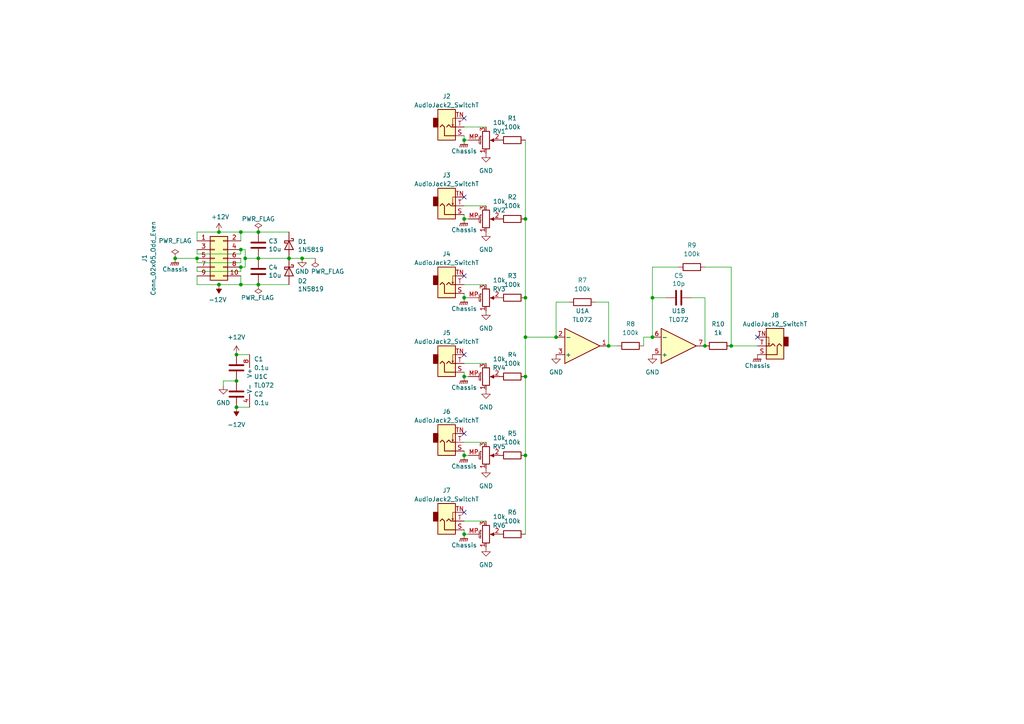
<source format=kicad_sch>
(kicad_sch (version 20211123) (generator eeschema)
  (paper "A4")
  (title_block (title "Mixer") (date "2021-06-19") (rev "1.0"))
  (lib_symbols
    (symbol "Amplifier_Operational:TL072" (pin_names (offset 0.127))
      (property "Reference" "U" (at 0 5.08 0))
      (property "Value" "TL072" (at 0 -5.08 0))
      (symbol "TL072_1_1"
        (polyline (pts (xy -5.08 5.08) (xy 5.08 0) (xy -5.08 -5.08) (xy -5.08 5.08)) (stroke (width 0.254)) (fill (type background)))
        (pin output line (at 7.62 0 180) (length 2.54) (name "~") (number "1"))
        (pin input line (at -7.62 -2.54 0) (length 2.54) (name "-") (number "2"))
        (pin input line (at -7.62 2.54 0) (length 2.54) (name "+") (number "3"))
      )
      (symbol "TL072_2_1"
        (polyline (pts (xy -5.08 5.08) (xy 5.08 0) (xy -5.08 -5.08) (xy -5.08 5.08)) (stroke (width 0.254)) (fill (type background)))
        (pin input line (at -7.62 2.54 0) (length 2.54) (name "+") (number "5"))
        (pin input line (at -7.62 -2.54 0) (length 2.54) (name "-") (number "6"))
        (pin output line (at 7.62 0 180) (length 2.54) (name "~") (number "7"))
      )
      (symbol "TL072_3_1"
        (pin power_in line (at -2.54 -7.62 90) (length 3.81) (name "V-") (number "4"))
        (pin power_in line (at -2.54 7.62 270) (length 3.81) (name "V+") (number "8"))
      )
    )
    (symbol "Connector:AudioJack2_SwitchT"
      (property "Reference" "J" (at 0 8.89 0))
      (property "Value" "AudioJack2_SwitchT" (at 0 6.35 0))
      (symbol "AudioJack2_SwitchT_0_1"
        (rectangle (start -2.54 0) (end -3.81 -2.54) (stroke (width 0.254)) (fill (type outline)))
        (polyline (pts (xy 1.778 -0.254) (xy 2.032 -0.762)))
        (polyline (pts (xy 0 0) (xy 0.635 -0.635) (xy 1.27 0) (xy 2.54 0)) (stroke (width 0.254)))
        (polyline (pts (xy 2.54 -2.54) (xy 1.778 -2.54) (xy 1.778 -0.254) (xy 1.524 -0.762)))
        (polyline (pts (xy 2.54 2.54) (xy -0.635 2.54) (xy -0.635 0) (xy -1.27 -0.635) (xy -1.905 0)) (stroke (width 0.254)))
        (rectangle (start 2.54 3.81) (end -2.54 -5.08) (stroke (width 0.254)) (fill (type background)))
      )
      (symbol "AudioJack2_SwitchT_1_1"
        (pin passive line (at 5.08 2.54 180) (length 2.54) (name "~") (number "S"))
        (pin passive line (at 5.08 0 180) (length 2.54) (name "~") (number "T"))
        (pin passive line (at 5.08 -2.54 180) (length 2.54) (name "~") (number "TN"))
      )
    )
    (symbol "Connector_Generic:Conn_02x05_Odd_Even" (pin_names (offset 1.016) hide)
      (property "Reference" "J" (at 1.27 7.62 0))
      (property "Value" "Conn_02x05_Odd_Even" (at 1.27 -7.62 0))
      (symbol "Conn_02x05_Odd_Even_1_1"
        (rectangle (start -1.27 -4.953) (end 0 -5.207) (stroke (width 0.1524)))
        (rectangle (start -1.27 -2.413) (end 0 -2.667) (stroke (width 0.1524)))
        (rectangle (start -1.27 0.127) (end 0 -0.127) (stroke (width 0.1524)))
        (rectangle (start -1.27 2.667) (end 0 2.413) (stroke (width 0.1524)))
        (rectangle (start -1.27 5.207) (end 0 4.953) (stroke (width 0.1524)))
        (rectangle (start -1.27 6.35) (end 3.81 -6.35) (stroke (width 0.254)) (fill (type background)))
        (rectangle (start 3.81 -4.953) (end 2.54 -5.207) (stroke (width 0.1524)))
        (rectangle (start 3.81 -2.413) (end 2.54 -2.667) (stroke (width 0.1524)))
        (rectangle (start 3.81 0.127) (end 2.54 -0.127) (stroke (width 0.1524)))
        (rectangle (start 3.81 2.667) (end 2.54 2.413) (stroke (width 0.1524)))
        (rectangle (start 3.81 5.207) (end 2.54 4.953) (stroke (width 0.1524)))
        (pin passive line (at -5.08 5.08 0) (length 3.81) (name "Pin_1") (number "1"))
        (pin passive line (at 7.62 -5.08 180) (length 3.81) (name "Pin_10") (number "10"))
        (pin passive line (at 7.62 5.08 180) (length 3.81) (name "Pin_2") (number "2"))
        (pin passive line (at -5.08 2.54 0) (length 3.81) (name "Pin_3") (number "3"))
        (pin passive line (at 7.62 2.54 180) (length 3.81) (name "Pin_4") (number "4"))
        (pin passive line (at -5.08 0 0) (length 3.81) (name "Pin_5") (number "5"))
        (pin passive line (at 7.62 0 180) (length 3.81) (name "Pin_6") (number "6"))
        (pin passive line (at -5.08 -2.54 0) (length 3.81) (name "Pin_7") (number "7"))
        (pin passive line (at 7.62 -2.54 180) (length 3.81) (name "Pin_8") (number "8"))
        (pin passive line (at -5.08 -5.08 0) (length 3.81) (name "Pin_9") (number "9"))
      )
    )
    (symbol "Custom:Chassis" (power) (in_bom no) (on_board no)
      (property "Value" "Chassis" (at 0 -3.175 0))
      (symbol "Chassis_0_1"
        (polyline (pts (xy 0 -1.27) (xy 0 0)))
        (polyline (pts (xy -1.016 -1.27) (xy -1.27 -2.032) (xy -1.27 -2.032)) (stroke (width 0.2032)))
        (polyline (pts (xy -0.508 -1.27) (xy -0.762 -2.032) (xy -0.762 -2.032)) (stroke (width 0.2032)))
        (polyline (pts (xy 0 -1.27) (xy -0.254 -2.032) (xy -0.254 -2.032)) (stroke (width 0.2032)))
        (polyline (pts (xy 0.508 -1.27) (xy 0.254 -2.032) (xy 0.254 -2.032)) (stroke (width 0.2032)))
        (polyline (pts (xy 1.016 -1.27) (xy -1.016 -1.27) (xy -1.016 -1.27)) (stroke (width 0.2032)))
        (polyline (pts (xy 1.016 -1.27) (xy 0.762 -2.032) (xy 0.762 -2.032) (xy 0.762 -2.032)) (stroke (width 0.2032)))
      )
      (symbol "Chassis_1_1"
        (pin power_in line (at 0 0 0) (length 0) hide (name "Chassis") (number "1"))
      )
    )
    (symbol "Device:C" (pin_numbers hide) (pin_names (offset 0.254))
      (property "Reference" "C" (at 0.635 2.54 0))
      (property "Value" "C" (at 0.635 -2.54 0))
      (symbol "C_0_1"
        (polyline (pts (xy -2.032 -0.762) (xy 2.032 -0.762)) (stroke (width 0.508)))
        (polyline (pts (xy -2.032 0.762) (xy 2.032 0.762)) (stroke (width 0.508)))
      )
      (symbol "C_1_1"
        (pin passive line (at 0 3.81 270) (length 2.794) (name "~") (number "1"))
        (pin passive line (at 0 -3.81 90) (length 2.794) (name "~") (number "2"))
      )
    )
    (symbol "Device:R" (pin_numbers hide) (pin_names (offset 0))
      (property "Reference" "R" (at 2.032 0 90))
      (property "Value" "R" (at 0 0 90))
      (symbol "R_0_1"
        (rectangle (start -1.016 -2.54) (end 1.016 2.54) (stroke (width 0.254)))
      )
      (symbol "R_1_1"
        (pin passive line (at 0 3.81 270) (length 1.27) (name "~") (number "1"))
        (pin passive line (at 0 -3.81 90) (length 1.27) (name "~") (number "2"))
      )
    )
    (symbol "Device:R_Potentiometer_MountingPin" (pin_names (offset 1.016) hide)
      (property "Reference" "RV" (at -8.255 0 90))
      (property "Value" "R_Potentiometer_MountingPin" (at -6.35 0 90))
      (symbol "R_Potentiometer_MountingPin_0_1"
        (polyline (pts (xy 2.54 0) (xy 1.524 0)))
        (polyline (pts (xy 1.143 0) (xy 2.286 0.508) (xy 2.286 -0.508)) (fill (type outline)))
        (rectangle (start 1.016 2.54) (end -1.016 -2.54) (stroke (width 0.254)))
      )
      (symbol "R_Potentiometer_MountingPin_1_1"
        (polyline (pts (xy -2.032 1.016) (xy -2.032 -1.016)) (stroke (width 0.1524)))
        (text "Mounting" (at -1.651 0 900) (effects (font (size 0.381 0.381))))
        (pin passive line (at 0 3.81 270) (length 1.27) (name "1") (number "1"))
        (pin passive line (at 3.81 0 180) (length 1.27) (name "2") (number "2"))
        (pin passive line (at 0 -3.81 90) (length 1.27) (name "3") (number "3"))
        (pin passive line (at -5.08 0 0) (length 3.048) (name "MountPin") (number "MP"))
      )
    )
    (symbol "Diode:1N5819" (pin_numbers hide) (pin_names (offset 1.016) hide)
      (property "Reference" "D" (at 0 2.54 0))
      (property "Value" "1N5819" (at 0 -2.54 0))
      (symbol "1N5819_0_1"
        (polyline (pts (xy 1.27 0) (xy -1.27 0)))
        (polyline (pts (xy 1.27 1.27) (xy 1.27 -1.27) (xy -1.27 0) (xy 1.27 1.27)) (stroke (width 0.254)))
        (polyline (pts (xy -1.905 0.635) (xy -1.905 1.27) (xy -1.27 1.27) (xy -1.27 -1.27) (xy -0.635 -1.27) (xy -0.635 -0.635)) (stroke (width 0.254)))
      )
      (symbol "1N5819_1_1"
        (pin passive line (at -3.81 0 0) (length 2.54) (name "K") (number "1"))
        (pin passive line (at 3.81 0 180) (length 2.54) (name "A") (number "2"))
      )
    )
    (symbol "power:+12V" (power) (pin_names (offset 0))
      (property "Value" "+12V" (at 0 3.556 0))
      (symbol "+12V_0_1"
        (polyline (pts (xy -0.762 1.27) (xy 0 2.54)))
        (polyline (pts (xy 0 0) (xy 0 2.54)))
        (polyline (pts (xy 0 2.54) (xy 0.762 1.27)))
      )
      (symbol "+12V_1_1"
        (pin power_in line (at 0 0 90) (length 0) hide (name "+12V") (number "1"))
      )
    )
    (symbol "power:-12V" (power) (pin_names (offset 0))
      (property "Value" "-12V" (at 0 3.81 0))
      (symbol "-12V_0_0"
        (pin power_in line (at 0 0 90) (length 0) hide (name "-12V") (number "1"))
      )
      (symbol "-12V_0_1"
        (polyline (pts (xy 0 0) (xy 0 1.27) (xy 0.762 1.27) (xy 0 2.54) (xy -0.762 1.27) (xy 0 1.27)) (fill (type outline)))
      )
    )
    (symbol "power:GND" (power) (pin_names (offset 0))
      (property "Value" "GND" (at 0 -3.81 0))
      (symbol "GND_0_1"
        (polyline (pts (xy 0 0) (xy 0 -1.27) (xy 1.27 -1.27) (xy 0 -2.54) (xy -1.27 -1.27) (xy 0 -1.27)))
      )
      (symbol "GND_1_1"
        (pin power_in line (at 0 0 270) (length 0) hide (name "GND") (number "1"))
      )
    )
    (symbol "power:PWR_FLAG" (power) (pin_numbers hide) (pin_names (offset 0) hide)
      (property "Value" "PWR_FLAG" (at 0 3.81 0))
      (symbol "PWR_FLAG_0_0"
        (pin power_out line (at 0 0 90) (length 0) (name "pwr") (number "1"))
      )
      (symbol "PWR_FLAG_0_1"
        (polyline (pts (xy 0 0) (xy 0 1.27) (xy -1.016 1.905) (xy 0 2.54) (xy 1.016 1.905) (xy 0 1.27)))
      )
    )
  )
  (junction (at 69.85 82.55))
  (junction (at 57.15 74.93))
  (junction (at 134.62 109.22))
  (junction (at 69.85 72.39))
  (junction (at 83.82 74.93))
  (junction (at 68.58 110.49))
  (junction (at 134.62 86.36))
  (junction (at 134.62 40.64))
  (junction (at 189.23 86.36))
  (junction (at 152.4 86.36))
  (junction (at 152.4 132.08))
  (junction (at 63.5 67.31))
  (junction (at 204.47 100.33))
  (junction (at 189.23 97.79))
  (junction (at 74.93 74.93))
  (junction (at 69.85 67.31))
  (junction (at 134.62 63.5))
  (junction (at 152.4 109.22))
  (junction (at 71.12 74.93))
  (junction (at 63.5 82.55))
  (junction (at 74.93 67.31))
  (junction (at 69.85 77.47))
  (junction (at 152.4 97.79))
  (junction (at 152.4 63.5))
  (junction (at 74.93 82.55))
  (junction (at 176.53 100.33))
  (junction (at 68.58 118.11))
  (junction (at 50.8 74.93))
  (junction (at 134.62 132.08))
  (junction (at 87.63 74.93))
  (junction (at 161.29 97.79))
  (junction (at 212.09 100.33))
  (junction (at 68.58 102.87))
  (junction (at 134.62 154.94))
  (no_connect (at 134.62 102.87))
  (no_connect (at 134.62 148.59))
  (no_connect (at 219.71 97.79))
  (no_connect (at 134.62 34.29))
  (no_connect (at 134.62 57.15))
  (no_connect (at 134.62 125.73))
  (no_connect (at 134.62 80.01))
  (wire (pts (xy 172.72 87.63) (xy 176.53 87.63)))
  (wire (pts (xy 212.09 100.33) (xy 219.71 100.33)))
  (wire (pts (xy 152.4 86.36) (xy 152.4 97.79)))
  (wire (pts (xy 134.62 63.5) (xy 134.62 62.23)))
  (wire (pts (xy 57.15 82.55) (xy 63.5 82.55)))
  (wire (pts (xy 57.15 80.01) (xy 57.15 82.55)))
  (wire (pts (xy 63.5 67.31) (xy 69.85 67.31)))
  (wire (pts (xy 135.89 132.08) (xy 134.62 132.08)))
  (wire (pts (xy 57.15 72.39) (xy 57.15 73.66)))
  (wire (pts (xy 135.89 40.64) (xy 134.62 40.64)))
  (wire (pts (xy 74.93 82.55) (xy 83.82 82.55)))
  (wire (pts (xy 68.58 118.11) (xy 72.39 118.11)))
  (wire (pts (xy 161.29 87.63) (xy 161.29 97.79)))
  (wire (pts (xy 134.62 36.83) (xy 140.97 36.83)))
  (wire (pts (xy 71.12 77.47) (xy 71.12 74.93)))
  (wire (pts (xy 134.62 59.69) (xy 140.97 59.69)))
  (wire (pts (xy 69.85 73.66) (xy 69.85 72.39)))
  (wire (pts (xy 134.62 82.55) (xy 140.97 82.55)))
  (wire (pts (xy 135.89 86.36) (xy 134.62 86.36)))
  (wire (pts (xy 134.62 105.41) (xy 140.97 105.41)))
  (wire (pts (xy 200.66 86.36) (xy 204.47 86.36)))
  (wire (pts (xy 74.93 74.93) (xy 83.82 74.93)))
  (wire (pts (xy 69.85 69.85) (xy 69.85 67.31)))
  (wire (pts (xy 69.85 80.01) (xy 69.85 82.55)))
  (wire (pts (xy 134.62 154.94) (xy 134.62 153.67)))
  (wire (pts (xy 186.69 100.33) (xy 186.69 97.79)))
  (wire (pts (xy 63.5 82.55) (xy 69.85 82.55)))
  (wire (pts (xy 87.63 74.93) (xy 91.44 74.93)))
  (wire (pts (xy 193.04 86.36) (xy 189.23 86.36)))
  (wire (pts (xy 135.89 109.22) (xy 134.62 109.22)))
  (wire (pts (xy 134.62 132.08) (xy 134.62 130.81)))
  (wire (pts (xy 176.53 100.33) (xy 179.07 100.33)))
  (wire (pts (xy 57.15 67.31) (xy 63.5 67.31)))
  (wire (pts (xy 189.23 86.36) (xy 189.23 97.79)))
  (wire (pts (xy 135.89 63.5) (xy 134.62 63.5)))
  (wire (pts (xy 212.09 100.33) (xy 212.09 77.47)))
  (wire (pts (xy 57.15 78.74) (xy 69.85 78.74)))
  (wire (pts (xy 57.15 73.66) (xy 69.85 73.66)))
  (wire (pts (xy 152.4 132.08) (xy 152.4 154.94)))
  (wire (pts (xy 69.85 67.31) (xy 74.93 67.31)))
  (wire (pts (xy 69.85 78.74) (xy 69.85 77.47)))
  (wire (pts (xy 134.62 86.36) (xy 134.62 85.09)))
  (wire (pts (xy 57.15 77.47) (xy 57.15 78.74)))
  (wire (pts (xy 212.09 77.47) (xy 204.47 77.47)))
  (wire (pts (xy 68.58 102.87) (xy 72.39 102.87)))
  (wire (pts (xy 196.85 77.47) (xy 189.23 77.47)))
  (wire (pts (xy 69.85 77.47) (xy 71.12 77.47)))
  (wire (pts (xy 152.4 97.79) (xy 152.4 109.22)))
  (wire (pts (xy 71.12 74.93) (xy 74.93 74.93)))
  (wire (pts (xy 69.85 76.2) (xy 69.85 74.93)))
  (wire (pts (xy 69.85 82.55) (xy 74.93 82.55)))
  (wire (pts (xy 134.62 151.13) (xy 140.97 151.13)))
  (wire (pts (xy 57.15 76.2) (xy 69.85 76.2)))
  (wire (pts (xy 152.4 40.64) (xy 152.4 63.5)))
  (wire (pts (xy 50.8 74.93) (xy 57.15 74.93)))
  (wire (pts (xy 57.15 69.85) (xy 57.15 67.31)))
  (wire (pts (xy 165.1 87.63) (xy 161.29 87.63)))
  (wire (pts (xy 152.4 97.79) (xy 161.29 97.79)))
  (wire (pts (xy 152.4 63.5) (xy 152.4 86.36)))
  (wire (pts (xy 204.47 86.36) (xy 204.47 100.33)))
  (wire (pts (xy 134.62 128.27) (xy 140.97 128.27)))
  (wire (pts (xy 189.23 77.47) (xy 189.23 86.36)))
  (wire (pts (xy 135.89 154.94) (xy 134.62 154.94)))
  (wire (pts (xy 83.82 74.93) (xy 87.63 74.93)))
  (wire (pts (xy 176.53 87.63) (xy 176.53 100.33)))
  (wire (pts (xy 83.82 67.31) (xy 74.93 67.31)))
  (wire (pts (xy 69.85 72.39) (xy 71.12 72.39)))
  (wire (pts (xy 64.77 111.76) (xy 64.77 110.49)))
  (wire (pts (xy 71.12 72.39) (xy 71.12 74.93)))
  (wire (pts (xy 134.62 109.22) (xy 134.62 107.95)))
  (wire (pts (xy 64.77 110.49) (xy 68.58 110.49)))
  (wire (pts (xy 152.4 109.22) (xy 152.4 132.08)))
  (wire (pts (xy 186.69 97.79) (xy 189.23 97.79)))
  (wire (pts (xy 134.62 40.64) (xy 134.62 39.37)))
  (wire (pts (xy 57.15 74.93) (xy 57.15 76.2)))
  (symbol (lib_id "power:-12V") (at 63.5 82.55 180) (unit 1)
    (property "Reference" "#PWR02" (effects hide))
    (property "Value" "-12V" (at 63.119 86.9442 0))
  )
  (symbol (lib_id "Connector:AudioJack2_SwitchT") (at 129.54 82.55 0) (mirror x) (unit 1)
    (property "Reference" "J4" (at 129.54 73.66 0))
    (property "Value" "AudioJack2_SwitchT" (at 129.54 76.2 0))
    (property "Footprint" "Connector_Audio:Jack_3.5mm_QingPu_WQP-PJ398SM_Vertical_CircularHoles" (effects hide))
  )
  (symbol (lib_id "Connector:AudioJack2_SwitchT") (at 129.54 36.83 0) (mirror x) (unit 1)
    (property "Reference" "J2" (at 129.54 27.94 0))
    (property "Value" "AudioJack2_SwitchT" (at 129.54 30.48 0))
    (property "Footprint" "Connector_Audio:Jack_3.5mm_QingPu_WQP-PJ398SM_Vertical_CircularHoles" (effects hide))
  )
  (symbol (lib_id "Device:R_Potentiometer_MountingPin") (at 140.97 63.5 0) (mirror x) (unit 1)
    (property "Reference" "RV2" (at 144.78 60.9569 0))
    (property "Value" "10k" (at 144.78 58.42 0))
  )
  (symbol (lib_id "Device:C") (at 68.58 114.3 180) (unit 1)
    (property "Reference" "C2" (at 73.66 114.3 0) (effects (justify right)))
    (property "Value" "0.1u" (at 73.66 116.84 0) (effects (justify right)))
  )
  (symbol (lib_id "power:GND") (at 140.97 67.31 0) (unit 1)
    (property "Reference" "#PWR08" (effects hide))
    (property "Value" "GND" (at 140.97 72.39 0))
  )
  (symbol (lib_id "Device:R") (at 148.59 109.22 90) (unit 1)
    (property "Reference" "R4" (at 148.59 102.87 90))
    (property "Value" "100k" (at 148.59 105.41 90))
  )
  (symbol (lib_id "Amplifier_Operational:TL072") (at 74.93 110.49 0) (unit 3)
    (property "Reference" "U1" (at 73.66 109.2199 0) (effects (justify left)))
    (property "Value" "TL072" (at 73.66 111.7599 0) (effects (justify left)))
    (property "Datasheet" "http://www.ti.com/lit/ds/symlink/tl071.pdf" (effects hide))
  )
  (symbol (lib_id "Device:R_Potentiometer_MountingPin") (at 140.97 154.94 0) (mirror x) (unit 1)
    (property "Reference" "RV6" (at 144.78 152.3969 0))
    (property "Value" "10k" (at 144.78 149.86 0))
  )
  (symbol (lib_id "Amplifier_Operational:TL072") (at 196.85 100.33 0) (mirror x) (unit 2)
    (property "Reference" "U1" (at 196.85 90.17 0))
    (property "Value" "TL072" (at 196.85 92.71 0))
    (property "Datasheet" "http://www.ti.com/lit/ds/symlink/tl071.pdf" (effects hide))
  )
  (symbol (lib_id "Custom:Chassis") (at 134.62 86.36 0) (unit 1) (in_bom no) (on_board no)
    (property "Reference" "#U04" (effects hide))
    (property "Value" "Chassis" (at 134.62 89.535 0))
  )
  (symbol (lib_id "Connector_Generic:Conn_02x05_Odd_Even") (at 62.23 74.93 0) (unit 1)
    (property "Reference" "J1" (at 41.91 74.93 90))
    (property "Value" "Conn_02x05_Odd_Even" (at 44.45 74.93 90))
    (property "Footprint" "Connector_PinHeader_2.54mm:PinHeader_2x05_P2.54mm_Vertical" (effects hide))
  )
  (symbol (lib_id "Device:R_Potentiometer_MountingPin") (at 140.97 132.08 0) (mirror x) (unit 1)
    (property "Reference" "RV5" (at 144.78 129.5369 0))
    (property "Value" "10k" (at 144.78 127 0))
  )
  (symbol (lib_id "Device:R") (at 148.59 132.08 90) (unit 1)
    (property "Reference" "R5" (at 148.59 125.73 90))
    (property "Value" "100k" (at 148.59 128.27 90))
  )
  (symbol (lib_id "Device:R_Potentiometer_MountingPin") (at 140.97 40.64 0) (mirror x) (unit 1)
    (property "Reference" "RV1" (at 144.78 38.0969 0))
    (property "Value" "10k" (at 144.78 35.56 0))
  )
  (symbol (lib_id "power:+12V") (at 68.58 102.87 0) (unit 1)
    (property "Reference" "#PWR04" (effects hide))
    (property "Value" "+12V" (at 68.58 97.79 0))
  )
  (symbol (lib_id "power:GND") (at 87.63 74.93 0) (unit 1)
    (property "Reference" "#PWR06" (effects hide))
    (property "Value" "GND" (at 87.63 78.74 0))
  )
  (symbol (lib_id "Connector:AudioJack2_SwitchT") (at 129.54 105.41 0) (mirror x) (unit 1)
    (property "Reference" "J5" (at 129.54 96.52 0))
    (property "Value" "AudioJack2_SwitchT" (at 129.54 99.06 0))
    (property "Footprint" "Connector_Audio:Jack_3.5mm_QingPu_WQP-PJ398SM_Vertical_CircularHoles" (effects hide))
  )
  (symbol (lib_id "Device:R") (at 148.59 86.36 90) (unit 1)
    (property "Reference" "R3" (at 148.59 80.01 90))
    (property "Value" "100k" (at 148.59 82.55 90))
  )
  (symbol (lib_id "power:GND") (at 140.97 113.03 0) (unit 1)
    (property "Reference" "#PWR010" (effects hide))
    (property "Value" "GND" (at 140.97 118.11 0))
  )
  (symbol (lib_id "Custom:Chassis") (at 50.8 74.93 0) (unit 1) (in_bom no) (on_board no)
    (property "Reference" "#U01" (effects hide))
    (property "Value" "Chassis" (at 50.8 78.105 0))
  )
  (symbol (lib_id "Amplifier_Operational:TL072") (at 168.91 100.33 0) (mirror x) (unit 1)
    (property "Reference" "U1" (at 168.91 90.17 0))
    (property "Value" "TL072" (at 168.91 92.71 0))
    (property "Datasheet" "http://www.ti.com/lit/ds/symlink/tl071.pdf" (effects hide))
  )
  (symbol (lib_id "Diode:1N5819") (at 83.82 78.74 270) (unit 1)
    (property "Reference" "D2" (at 86.36 81.5086 90) (effects (justify left)))
    (property "Value" "1N5819" (at 86.36 83.82 90) (effects (justify left)))
    (property "Footprint" "Diode_THT:D_DO-41_SOD81_P10.16mm_Horizontal" (effects hide))
    (property "Datasheet" "http://www.vishay.com/docs/88525/1n5817.pdf" (effects hide))
  )
  (symbol (lib_id "Device:R_Potentiometer_MountingPin") (at 140.97 109.22 0) (mirror x) (unit 1)
    (property "Reference" "RV4" (at 144.78 106.6769 0))
    (property "Value" "10k" (at 144.78 104.14 0))
  )
  (symbol (lib_id "Connector:AudioJack2_SwitchT") (at 224.79 100.33 180) (unit 1)
    (property "Reference" "J8" (at 224.79 91.44 0))
    (property "Value" "AudioJack2_SwitchT" (at 224.79 93.98 0))
    (property "Footprint" "Connector_Audio:Jack_3.5mm_QingPu_WQP-PJ398SM_Vertical_CircularHoles" (effects hide))
  )
  (symbol (lib_id "power:GND") (at 140.97 90.17 0) (unit 1)
    (property "Reference" "#PWR09" (effects hide))
    (property "Value" "GND" (at 140.97 95.25 0))
  )
  (symbol (lib_id "Custom:Chassis") (at 134.62 40.64 0) (unit 1) (in_bom no) (on_board no)
    (property "Reference" "#U02" (effects hide))
    (property "Value" "Chassis" (at 134.62 43.815 0))
  )
  (symbol (lib_id "Diode:1N5819") (at 83.82 71.12 270) (unit 1)
    (property "Reference" "D1" (at 86.36 70.0786 90) (effects (justify left)))
    (property "Value" "1N5819" (at 86.36 72.39 90) (effects (justify left)))
    (property "Footprint" "Diode_THT:D_DO-41_SOD81_P10.16mm_Horizontal" (effects hide))
    (property "Datasheet" "http://www.vishay.com/docs/88525/1n5817.pdf" (effects hide))
  )
  (symbol (lib_id "power:PWR_FLAG") (at 50.8 74.93 0) (unit 1)
    (property "Reference" "#FLG01" (effects hide))
    (property "Value" "PWR_FLAG" (at 50.8 69.85 0))
  )
  (symbol (lib_id "Device:R") (at 200.66 77.47 90) (unit 1)
    (property "Reference" "R9" (at 200.66 71.12 90))
    (property "Value" "100k" (at 200.66 73.66 90))
  )
  (symbol (lib_id "Device:C") (at 68.58 106.68 180) (unit 1)
    (property "Reference" "C1" (at 73.66 104.14 0) (effects (justify right)))
    (property "Value" "0.1u" (at 73.66 106.68 0) (effects (justify right)))
  )
  (symbol (lib_id "power:GND") (at 140.97 158.75 0) (unit 1)
    (property "Reference" "#PWR012" (effects hide))
    (property "Value" "GND" (at 140.97 163.83 0))
  )
  (symbol (lib_id "Connector:AudioJack2_SwitchT") (at 129.54 151.13 0) (mirror x) (unit 1)
    (property "Reference" "J7" (at 129.54 142.24 0))
    (property "Value" "AudioJack2_SwitchT" (at 129.54 144.78 0))
    (property "Footprint" "Connector_Audio:Jack_3.5mm_QingPu_WQP-PJ398SM_Vertical_CircularHoles" (effects hide))
  )
  (symbol (lib_id "Device:R") (at 208.28 100.33 90) (unit 1)
    (property "Reference" "R10" (at 208.28 93.98 90))
    (property "Value" "1k" (at 208.28 96.52 90))
  )
  (symbol (lib_id "power:PWR_FLAG") (at 74.93 82.55 180) (unit 1)
    (property "Reference" "#FLG03" (effects hide))
    (property "Value" "PWR_FLAG" (at 69.85 86.36 0) (effects (justify right)))
  )
  (symbol (lib_id "power:GND") (at 64.77 111.76 0) (unit 1)
    (property "Reference" "#PWR03" (effects hide))
    (property "Value" "GND" (at 64.77 116.84 0))
  )
  (symbol (lib_id "power:GND") (at 140.97 135.89 0) (unit 1)
    (property "Reference" "#PWR011" (effects hide))
    (property "Value" "GND" (at 140.97 140.97 0))
  )
  (symbol (lib_id "Custom:Chassis") (at 219.71 102.87 0) (unit 1) (in_bom no) (on_board no)
    (property "Reference" "#U08" (effects hide))
    (property "Value" "Chassis" (at 219.71 106.045 0))
  )
  (symbol (lib_id "Device:R_Potentiometer_MountingPin") (at 140.97 86.36 0) (mirror x) (unit 1)
    (property "Reference" "RV3" (at 144.78 83.8169 0))
    (property "Value" "10k" (at 144.78 81.28 0))
  )
  (symbol (lib_id "Device:R") (at 148.59 63.5 90) (unit 1)
    (property "Reference" "R2" (at 148.59 57.15 90))
    (property "Value" "100k" (at 148.59 59.69 90))
  )
  (symbol (lib_id "Device:C") (at 74.93 78.74 0) (unit 1)
    (property "Reference" "C4" (at 77.851 77.5716 0) (effects (justify left)))
    (property "Value" "10u" (at 77.851 79.883 0) (effects (justify left)))
    (property "Footprint" "Capacitor_THT:C_Disc_D5.0mm_W2.5mm_P5.00mm" (effects hide))
  )
  (symbol (lib_id "Device:R") (at 148.59 40.64 90) (unit 1)
    (property "Reference" "R1" (at 148.59 34.29 90))
    (property "Value" "100k" (at 148.59 36.83 90))
  )
  (symbol (lib_id "power:PWR_FLAG") (at 91.44 74.93 180) (unit 1)
    (property "Reference" "#FLG04" (effects hide))
    (property "Value" "PWR_FLAG" (at 90.17 78.74 0) (effects (justify right)))
  )
  (symbol (lib_id "power:GND") (at 189.23 102.87 0) (unit 1)
    (property "Reference" "#PWR014" (effects hide))
    (property "Value" "GND" (at 189.23 107.95 0))
  )
  (symbol (lib_id "Connector:AudioJack2_SwitchT") (at 129.54 128.27 0) (mirror x) (unit 1)
    (property "Reference" "J6" (at 129.54 119.38 0))
    (property "Value" "AudioJack2_SwitchT" (at 129.54 121.92 0))
    (property "Footprint" "Connector_Audio:Jack_3.5mm_QingPu_WQP-PJ398SM_Vertical_CircularHoles" (effects hide))
  )
  (symbol (lib_id "Device:R") (at 148.59 154.94 90) (unit 1)
    (property "Reference" "R6" (at 148.59 148.59 90))
    (property "Value" "100k" (at 148.59 151.13 90))
  )
  (symbol (lib_id "Custom:Chassis") (at 134.62 63.5 0) (unit 1) (in_bom no) (on_board no)
    (property "Reference" "#U03" (effects hide))
    (property "Value" "Chassis" (at 134.62 66.675 0))
  )
  (symbol (lib_id "Device:C") (at 196.85 86.36 90) (unit 1)
    (property "Reference" "C5" (at 196.85 79.9592 90))
    (property "Value" "10p" (at 196.85 82.2706 90))
    (property "Footprint" "Capacitor_THT:C_Disc_D5.0mm_W2.5mm_P5.00mm" (effects hide))
  )
  (symbol (lib_id "Custom:Chassis") (at 134.62 154.94 0) (unit 1) (in_bom no) (on_board no)
    (property "Reference" "#U07" (effects hide))
    (property "Value" "Chassis" (at 134.62 158.115 0))
  )
  (symbol (lib_id "Connector:AudioJack2_SwitchT") (at 129.54 59.69 0) (mirror x) (unit 1)
    (property "Reference" "J3" (at 129.54 50.8 0))
    (property "Value" "AudioJack2_SwitchT" (at 129.54 53.34 0))
    (property "Footprint" "Connector_Audio:Jack_3.5mm_QingPu_WQP-PJ398SM_Vertical_CircularHoles" (effects hide))
  )
  (symbol (lib_id "Device:R") (at 182.88 100.33 90) (unit 1)
    (property "Reference" "R8" (at 182.88 93.98 90))
    (property "Value" "100k" (at 182.88 96.52 90))
  )
  (symbol (lib_id "power:GND") (at 140.97 44.45 0) (unit 1)
    (property "Reference" "#PWR07" (effects hide))
    (property "Value" "GND" (at 140.97 49.53 0))
  )
  (symbol (lib_id "power:-12V") (at 68.58 118.11 180) (unit 1)
    (property "Reference" "#PWR05" (effects hide))
    (property "Value" "-12V" (at 68.58 123.19 0))
  )
  (symbol (lib_id "Device:C") (at 74.93 71.12 0) (unit 1)
    (property "Reference" "C3" (at 77.851 69.9516 0) (effects (justify left)))
    (property "Value" "10u" (at 77.851 72.263 0) (effects (justify left)))
    (property "Footprint" "Capacitor_THT:C_Disc_D5.0mm_W2.5mm_P5.00mm" (effects hide))
  )
  (symbol (lib_id "power:GND") (at 161.29 102.87 0) (unit 1)
    (property "Reference" "#PWR013" (effects hide))
    (property "Value" "GND" (at 161.29 107.95 0))
  )
  (symbol (lib_id "power:+12V") (at 63.5 67.31 0) (unit 1)
    (property "Reference" "#PWR01" (effects hide))
    (property "Value" "+12V" (at 63.881 62.9158 0))
  )
  (symbol (lib_id "Device:R") (at 168.91 87.63 90) (unit 1)
    (property "Reference" "R7" (at 168.91 81.28 90))
    (property "Value" "100k" (at 168.91 83.82 90))
  )
  (symbol (lib_id "Custom:Chassis") (at 134.62 132.08 0) (unit 1) (in_bom no) (on_board no)
    (property "Reference" "#U06" (effects hide))
    (property "Value" "Chassis" (at 134.62 135.255 0))
  )
  (symbol (lib_id "Custom:Chassis") (at 134.62 109.22 0) (unit 1) (in_bom no) (on_board no)
    (property "Reference" "#U05" (effects hide))
    (property "Value" "Chassis" (at 134.62 112.395 0))
  )
  (symbol (lib_id "power:PWR_FLAG") (at 74.93 67.31 0) (unit 1)
    (property "Reference" "#FLG02" (effects hide))
    (property "Value" "PWR_FLAG" (at 74.93 63.5 0))
  )
)
</source>
